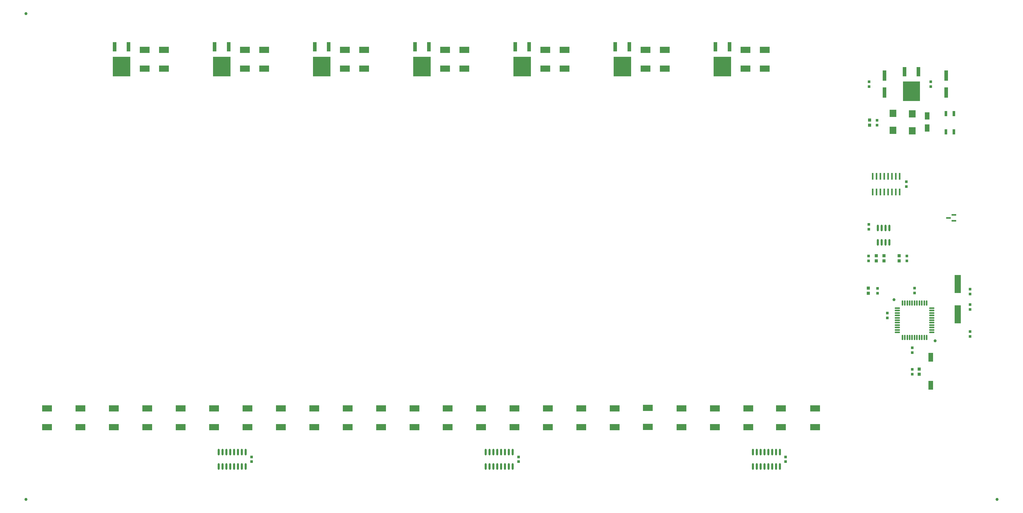
<source format=gtp>
%FSLAX25Y25*%
%MOIN*%
G70*
G01*
G75*
G04 Layer_Color=8421504*
%ADD10C,0.03937*%
%ADD11R,0.12992X0.07874*%
%ADD12R,0.22638X0.25590*%
%ADD13R,0.04921X0.12008*%
%ADD14O,0.02362X0.08661*%
%ADD15R,0.03543X0.03543*%
%ADD16O,0.02165X0.06890*%
%ADD17O,0.06890X0.02165*%
%ADD18R,0.03347X0.03347*%
%ADD19R,0.03937X0.03937*%
%ADD20R,0.06299X0.11811*%
%ADD21R,0.07874X0.23622*%
%ADD22R,0.06299X0.02362*%
%ADD23R,0.04724X0.13780*%
%ADD24R,0.08661X0.09252*%
%ADD25R,0.06102X0.09252*%
%ADD26R,0.03347X0.06693*%
%ADD27R,0.21850X0.25590*%
%ADD28R,0.02362X0.08661*%
%ADD29C,0.05000*%
%ADD30C,0.02000*%
%ADD31C,0.03000*%
%ADD32C,0.01500*%
%ADD33C,0.02500*%
%ADD34C,0.01000*%
%ADD35C,0.25000*%
%ADD36C,0.04724*%
%ADD37C,0.04724*%
%ADD38R,0.05906X0.05906*%
%ADD39C,0.05906*%
%ADD40C,0.05906*%
%ADD41C,0.06299*%
%ADD42C,0.11614*%
%ADD43R,0.05906X0.05906*%
%ADD44C,0.05000*%
%ADD45C,0.03937*%
%ADD46C,0.00984*%
%ADD47C,0.02362*%
%ADD48C,0.00787*%
D10*
X472441Y708661D02*
D03*
X1732284Y78740D02*
D03*
X472441D02*
D03*
X1598669Y337504D02*
D03*
X1651772Y284303D02*
D03*
D11*
X1496063Y196551D02*
D03*
Y172142D02*
D03*
X1276079Y661705D02*
D03*
Y637295D02*
D03*
X1146157Y661705D02*
D03*
Y637295D02*
D03*
X1016236Y661705D02*
D03*
Y637295D02*
D03*
X886315Y661705D02*
D03*
Y637295D02*
D03*
X756394Y661705D02*
D03*
Y637295D02*
D03*
X626472Y661705D02*
D03*
Y637295D02*
D03*
X1301079Y637295D02*
D03*
X1171157D02*
D03*
X1041236D02*
D03*
X911315D02*
D03*
X781394D02*
D03*
X651472Y637295D02*
D03*
Y661705D02*
D03*
X781394Y661705D02*
D03*
X911315D02*
D03*
X1041236D02*
D03*
X1171157D02*
D03*
X1301079D02*
D03*
X933071Y172142D02*
D03*
X976378D02*
D03*
X1019685D02*
D03*
X1062992D02*
D03*
X1106299D02*
D03*
X1149606D02*
D03*
Y196551D02*
D03*
X1106299D02*
D03*
X1062992D02*
D03*
X1019685D02*
D03*
X976378D02*
D03*
X933071D02*
D03*
X500000Y172142D02*
D03*
X543307D02*
D03*
X586614D02*
D03*
X629921D02*
D03*
X673228D02*
D03*
X716535D02*
D03*
X759842D02*
D03*
X803150D02*
D03*
X846457D02*
D03*
X889764D02*
D03*
Y196551D02*
D03*
X846457D02*
D03*
X803150D02*
D03*
X759842D02*
D03*
X716535D02*
D03*
X673228D02*
D03*
X629921D02*
D03*
X586614D02*
D03*
X543307D02*
D03*
X500000D02*
D03*
X1406000Y661705D02*
D03*
Y637295D02*
D03*
X1431000Y637295D02*
D03*
Y661705D02*
D03*
X1192913Y196551D02*
D03*
X1236220D02*
D03*
X1322835Y172142D02*
D03*
Y196551D02*
D03*
X1192913Y172142D02*
D03*
X1236220D02*
D03*
X1279315Y172693D02*
D03*
Y197102D02*
D03*
X1366142Y172142D02*
D03*
Y196551D02*
D03*
X1409449Y172142D02*
D03*
Y196551D02*
D03*
X1451740Y172134D02*
D03*
Y196543D02*
D03*
D12*
X1246079Y640051D02*
D03*
X1116158D02*
D03*
X986236D02*
D03*
X856315D02*
D03*
X726394Y640051D02*
D03*
X596472D02*
D03*
X1376000Y640051D02*
D03*
D13*
X1255134Y665445D02*
D03*
X1125213D02*
D03*
X995291D02*
D03*
X865370D02*
D03*
X735449Y665445D02*
D03*
X605528D02*
D03*
X587417D02*
D03*
X717339D02*
D03*
X847260Y665445D02*
D03*
X977181D02*
D03*
X1107102D02*
D03*
X1237024D02*
D03*
X1385055D02*
D03*
X1366945D02*
D03*
X1612055Y633149D02*
D03*
X1630087D02*
D03*
D14*
X1104004Y121150D02*
D03*
X1099004D02*
D03*
X1084004D02*
D03*
X1079004D02*
D03*
X1074004D02*
D03*
X1069004D02*
D03*
Y140047D02*
D03*
X1079004D02*
D03*
X1084004D02*
D03*
X1089004D02*
D03*
X1094004D02*
D03*
X1099004D02*
D03*
X1094004Y121150D02*
D03*
X1089004D02*
D03*
X1104004Y140047D02*
D03*
X1074004D02*
D03*
X757547Y121150D02*
D03*
X752547D02*
D03*
X747547D02*
D03*
X742547D02*
D03*
X737547D02*
D03*
X732547D02*
D03*
X727547D02*
D03*
X722547D02*
D03*
Y140047D02*
D03*
X727547D02*
D03*
X732547D02*
D03*
X737547D02*
D03*
X742547D02*
D03*
X747547D02*
D03*
X752547D02*
D03*
X757547D02*
D03*
X1450461Y121150D02*
D03*
X1440461D02*
D03*
X1435461D02*
D03*
X1430461D02*
D03*
X1425461D02*
D03*
X1415461D02*
D03*
Y140047D02*
D03*
X1420461D02*
D03*
X1425461D02*
D03*
X1430461D02*
D03*
X1435461D02*
D03*
X1440461D02*
D03*
X1450461D02*
D03*
X1445461D02*
D03*
X1420461Y121150D02*
D03*
X1445461D02*
D03*
X1577571Y430654D02*
D03*
X1592571Y411756D02*
D03*
X1587571D02*
D03*
X1582571D02*
D03*
X1577571D02*
D03*
X1592571Y430654D02*
D03*
X1587571D02*
D03*
X1582571D02*
D03*
D15*
X765047Y127449D02*
D03*
Y133748D02*
D03*
X1111504Y127449D02*
D03*
Y133748D02*
D03*
X1457961Y127449D02*
D03*
Y133748D02*
D03*
X1622071Y241055D02*
D03*
Y247354D02*
D03*
X1697071Y351354D02*
D03*
Y345055D02*
D03*
X1622071Y275354D02*
D03*
Y269055D02*
D03*
X1697071Y290055D02*
D03*
Y296354D02*
D03*
X1625181Y346205D02*
D03*
Y352504D02*
D03*
X1697071Y325055D02*
D03*
Y331354D02*
D03*
X1566071Y620354D02*
D03*
X1646071D02*
D03*
Y614055D02*
D03*
X1566071D02*
D03*
X1589764Y313917D02*
D03*
X1614500Y484350D02*
D03*
Y490650D02*
D03*
X1589764Y320216D02*
D03*
X1566000Y429055D02*
D03*
Y435355D02*
D03*
D16*
X1640929Y288666D02*
D03*
X1637779D02*
D03*
X1634630D02*
D03*
X1631480D02*
D03*
X1628331D02*
D03*
X1615732D02*
D03*
X1612583D02*
D03*
X1609433D02*
D03*
X1612583Y333154D02*
D03*
X1615732D02*
D03*
X1618882D02*
D03*
X1628331D02*
D03*
X1631480D02*
D03*
X1640929D02*
D03*
X1637779D02*
D03*
X1634630D02*
D03*
X1625181D02*
D03*
X1622032D02*
D03*
X1609433D02*
D03*
X1618882Y288666D02*
D03*
X1622032D02*
D03*
X1625181D02*
D03*
D17*
X1602937Y307760D02*
D03*
Y317209D02*
D03*
Y320358D02*
D03*
Y323508D02*
D03*
Y326658D02*
D03*
X1647425Y295162D02*
D03*
Y298311D02*
D03*
Y301461D02*
D03*
Y304610D02*
D03*
Y307760D02*
D03*
Y310910D02*
D03*
Y314059D02*
D03*
Y317209D02*
D03*
Y320358D02*
D03*
Y323508D02*
D03*
Y326658D02*
D03*
X1602937Y314059D02*
D03*
Y310910D02*
D03*
Y304610D02*
D03*
Y301461D02*
D03*
Y298311D02*
D03*
Y295162D02*
D03*
D18*
X1577071Y346055D02*
D03*
Y352354D02*
D03*
X1565571Y394354D02*
D03*
X1615071Y394354D02*
D03*
X1565571Y388055D02*
D03*
X1615071Y388055D02*
D03*
X1576571Y570354D02*
D03*
Y564055D02*
D03*
D19*
X1631071Y240858D02*
D03*
Y247551D02*
D03*
X1565071Y345858D02*
D03*
Y352551D02*
D03*
X1575571Y394551D02*
D03*
X1605071Y394551D02*
D03*
X1575571Y387858D02*
D03*
X1605071Y387858D02*
D03*
X1585571Y394551D02*
D03*
Y387858D02*
D03*
X1566768Y564055D02*
D03*
Y570748D02*
D03*
D20*
X1646071Y226705D02*
D03*
Y262846D02*
D03*
D21*
X1681071Y318705D02*
D03*
Y358075D02*
D03*
D22*
X1676331Y439965D02*
D03*
Y447445D02*
D03*
X1669244Y443705D02*
D03*
D23*
X1586071Y628205D02*
D03*
X1666071Y628205D02*
D03*
Y606205D02*
D03*
X1586071Y606205D02*
D03*
D24*
X1597071Y579205D02*
D03*
X1622071Y578728D02*
D03*
Y556681D02*
D03*
X1597071Y557158D02*
D03*
D25*
X1641571Y560205D02*
D03*
Y575756D02*
D03*
D26*
X1665815Y555394D02*
D03*
X1676327D02*
D03*
Y579016D02*
D03*
X1665815D02*
D03*
D27*
X1621071Y607756D02*
D03*
D28*
X1571000Y477264D02*
D03*
X1576000D02*
D03*
X1581000D02*
D03*
X1586000D02*
D03*
X1591000D02*
D03*
X1596000D02*
D03*
X1601000D02*
D03*
X1606000D02*
D03*
X1571000Y497736D02*
D03*
X1576000D02*
D03*
X1581000D02*
D03*
X1586000D02*
D03*
X1591000D02*
D03*
X1596000D02*
D03*
X1601000D02*
D03*
X1606000D02*
D03*
M02*

</source>
